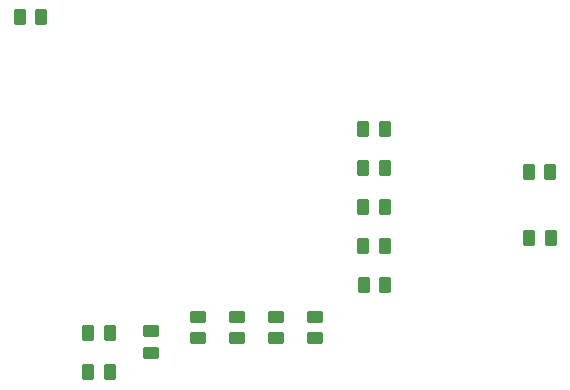
<source format=gtp>
%TF.GenerationSoftware,KiCad,Pcbnew,(6.0.4)*%
%TF.CreationDate,2022-05-09T12:24:25+01:00*%
%TF.ProjectId,light_remote_controller,6c696768-745f-4726-956d-6f74655f636f,v0.1*%
%TF.SameCoordinates,Original*%
%TF.FileFunction,Paste,Top*%
%TF.FilePolarity,Positive*%
%FSLAX46Y46*%
G04 Gerber Fmt 4.6, Leading zero omitted, Abs format (unit mm)*
G04 Created by KiCad (PCBNEW (6.0.4)) date 2022-05-09 12:24:25*
%MOMM*%
%LPD*%
G01*
G04 APERTURE LIST*
G04 Aperture macros list*
%AMRoundRect*
0 Rectangle with rounded corners*
0 $1 Rounding radius*
0 $2 $3 $4 $5 $6 $7 $8 $9 X,Y pos of 4 corners*
0 Add a 4 corners polygon primitive as box body*
4,1,4,$2,$3,$4,$5,$6,$7,$8,$9,$2,$3,0*
0 Add four circle primitives for the rounded corners*
1,1,$1+$1,$2,$3*
1,1,$1+$1,$4,$5*
1,1,$1+$1,$6,$7*
1,1,$1+$1,$8,$9*
0 Add four rect primitives between the rounded corners*
20,1,$1+$1,$2,$3,$4,$5,0*
20,1,$1+$1,$4,$5,$6,$7,0*
20,1,$1+$1,$6,$7,$8,$9,0*
20,1,$1+$1,$8,$9,$2,$3,0*%
G04 Aperture macros list end*
%ADD10RoundRect,0.250000X-0.450000X0.262500X-0.450000X-0.262500X0.450000X-0.262500X0.450000X0.262500X0*%
%ADD11RoundRect,0.250000X-0.262500X-0.450000X0.262500X-0.450000X0.262500X0.450000X-0.262500X0.450000X0*%
%ADD12RoundRect,0.250000X0.262500X0.450000X-0.262500X0.450000X-0.262500X-0.450000X0.262500X-0.450000X0*%
%ADD13RoundRect,0.250000X0.450000X-0.262500X0.450000X0.262500X-0.450000X0.262500X-0.450000X-0.262500X0*%
G04 APERTURE END LIST*
D10*
X201900000Y-71800000D03*
X201900000Y-73625000D03*
D11*
X205987500Y-62500000D03*
X207812500Y-62500000D03*
D12*
X221825000Y-65100000D03*
X220000000Y-65100000D03*
D11*
X205987500Y-59200000D03*
X207812500Y-59200000D03*
D12*
X184525000Y-73200000D03*
X182700000Y-73200000D03*
D10*
X192000000Y-71800000D03*
X192000000Y-73625000D03*
D13*
X188000000Y-74825000D03*
X188000000Y-73000000D03*
D11*
X205987500Y-65800000D03*
X207812500Y-65800000D03*
D12*
X221800000Y-59500000D03*
X219975000Y-59500000D03*
D11*
X206000000Y-69100000D03*
X207825000Y-69100000D03*
X176875000Y-46400000D03*
X178700000Y-46400000D03*
D10*
X195300000Y-71800000D03*
X195300000Y-73625000D03*
X198600000Y-71800000D03*
X198600000Y-73625000D03*
D11*
X205987500Y-55900000D03*
X207812500Y-55900000D03*
X182675000Y-76500000D03*
X184500000Y-76500000D03*
M02*

</source>
